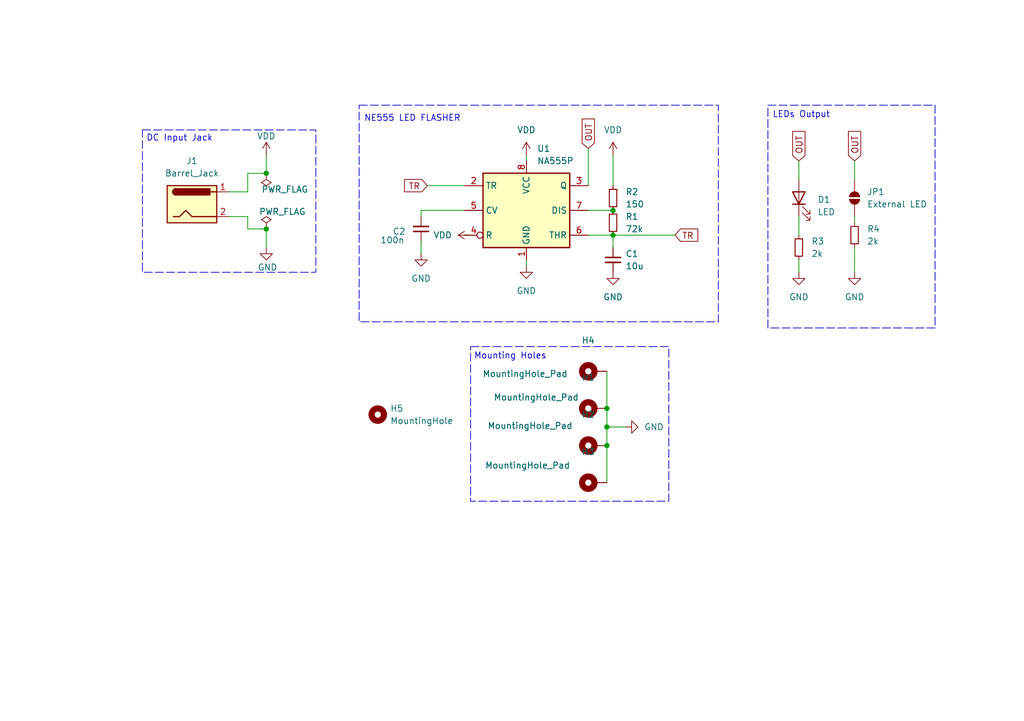
<source format=kicad_sch>
(kicad_sch (version 20231120) (generator "eeschema") (generator_version "8.0")
  (paper "A5")
  (title_block (title "my_Project1 LED FLASHER") (company "A. Prince B") (comment 1 "Com1"))
  (lib_symbols
    (symbol "Connector:Barrel_Jack" (pin_names (offset 1.016))
      (property "Reference" "J" (at 0 5.334 0))
      (property "Value" "Barrel_Jack" (at 0 -5.08 0))
      (symbol "Barrel_Jack_0_1"
        (rectangle (start -5.08 3.81) (end 5.08 -3.81) (stroke (width 0.254)) (fill (type background)))
        (arc (start -3.302 3.175) (mid -3.9343 2.54) (end -3.302 1.905) (stroke (width 0.254)))
        (arc (start -3.302 3.175) (mid -3.9343 2.54) (end -3.302 1.905) (stroke (width 0.254)) (fill (type outline)))
        (polyline (pts (xy 5.08 2.54) (xy 3.81 2.54)) (stroke (width 0.254)))
        (polyline (pts (xy -3.81 -2.54) (xy -2.54 -2.54) (xy -1.27 -1.27) (xy 0 -2.54) (xy 2.54 -2.54) (xy 5.08 -2.54)) (stroke (width 0.254)))
        (rectangle (start 3.683 3.175) (end -3.302 1.905) (stroke (width 0.254)) (fill (type outline)))
      )
      (symbol "Barrel_Jack_1_1"
        (pin passive line (at 7.62 2.54 180) (length 2.54) (name "~") (number "1"))
        (pin passive line (at 7.62 -2.54 180) (length 2.54) (name "~") (number "2"))
      )
    )
    (symbol "Device:C_Small" (pin_numbers hide) (pin_names (offset 0.254) hide)
      (property "Reference" "C" (at 0.254 1.778 0))
      (property "Value" "C_Small" (at 0.254 -2.032 0))
      (symbol "C_Small_0_1"
        (polyline (pts (xy -1.524 -0.508) (xy 1.524 -0.508)) (stroke (width 0.3302)))
        (polyline (pts (xy -1.524 0.508) (xy 1.524 0.508)) (stroke (width 0.3048)))
      )
      (symbol "C_Small_1_1"
        (pin passive line (at 0 2.54 270) (length 2.032) (name "~") (number "1"))
        (pin passive line (at 0 -2.54 90) (length 2.032) (name "~") (number "2"))
      )
    )
    (symbol "Device:LED" (pin_numbers hide) (pin_names (offset 1.016) hide)
      (property "Reference" "D" (at 0 2.54 0))
      (property "Value" "LED" (at 0 -2.54 0))
      (symbol "LED_0_1"
        (polyline (pts (xy -1.27 -1.27) (xy -1.27 1.27)) (stroke (width 0.254)))
        (polyline (pts (xy -1.27 0) (xy 1.27 0)))
        (polyline (pts (xy 1.27 -1.27) (xy 1.27 1.27) (xy -1.27 0) (xy 1.27 -1.27)) (stroke (width 0.254)))
        (polyline (pts (xy -3.048 -0.762) (xy -4.572 -2.286) (xy -3.81 -2.286) (xy -4.572 -2.286) (xy -4.572 -1.524)))
        (polyline (pts (xy -1.778 -0.762) (xy -3.302 -2.286) (xy -2.54 -2.286) (xy -3.302 -2.286) (xy -3.302 -1.524)))
      )
      (symbol "LED_1_1"
        (pin passive line (at -3.81 0 0) (length 2.54) (name "K") (number "1"))
        (pin passive line (at 3.81 0 180) (length 2.54) (name "A") (number "2"))
      )
    )
    (symbol "Device:R_Small" (pin_numbers hide) (pin_names (offset 0.254) hide)
      (property "Reference" "R" (at 0.762 0.508 0))
      (property "Value" "R_Small" (at 0.762 -1.016 0))
      (symbol "R_Small_0_1"
        (rectangle (start -0.762 1.778) (end 0.762 -1.778) (stroke (width 0.2032)))
      )
      (symbol "R_Small_1_1"
        (pin passive line (at 0 2.54 270) (length 0.762) (name "~") (number "1"))
        (pin passive line (at 0 -2.54 90) (length 0.762) (name "~") (number "2"))
      )
    )
    (symbol "Jumper:SolderJumper_2_Open" (pin_numbers hide) (pin_names (offset 0) hide) (exclude_from_sim yes) (in_bom no)
      (property "Reference" "JP" (at 0 2.032 0))
      (property "Value" "SolderJumper_2_Open" (at 0 -2.54 0))
      (symbol "SolderJumper_2_Open_0_1"
        (arc (start -0.254 1.016) (mid -1.2656 0) (end -0.254 -1.016))
        (arc (start -0.254 1.016) (mid -1.2656 0) (end -0.254 -1.016) (fill (type outline)))
        (polyline (pts (xy -0.254 1.016) (xy -0.254 -1.016)))
        (polyline (pts (xy 0.254 1.016) (xy 0.254 -1.016)))
        (arc (start 0.254 -1.016) (mid 1.2656 0) (end 0.254 1.016))
        (arc (start 0.254 -1.016) (mid 1.2656 0) (end 0.254 1.016) (fill (type outline)))
      )
      (symbol "SolderJumper_2_Open_1_1"
        (pin passive line (at -3.81 0 0) (length 2.54) (name "A") (number "1"))
        (pin passive line (at 3.81 0 180) (length 2.54) (name "B") (number "2"))
      )
    )
    (symbol "Mechanical:MountingHole" (pin_names (offset 1.016)) (exclude_from_sim yes) (in_bom no)
      (property "Reference" "H" (at 0 5.08 0))
      (property "Value" "MountingHole" (at 0 3.175 0))
      (symbol "MountingHole_0_1"
        (circle (center 0 0) (radius 1.27) (stroke (width 1.27)))
      )
    )
    (symbol "Mechanical:MountingHole_Pad" (pin_numbers hide) (pin_names (offset 1.016) hide) (exclude_from_sim yes) (in_bom no)
      (property "Reference" "H" (at 0 6.35 0))
      (property "Value" "MountingHole_Pad" (at 0 4.445 0))
      (symbol "MountingHole_Pad_0_1"
        (circle (center 0 1.27) (radius 1.27) (stroke (width 1.27)))
      )
      (symbol "MountingHole_Pad_1_1"
        (pin input line (at 0 -2.54 90) (length 2.54) (name "1") (number "1"))
      )
    )
    (symbol "Timer:NA555P"
      (property "Reference" "U" (at -10.16 8.89 0))
      (property "Value" "NA555P" (at 2.54 8.89 0))
      (symbol "NA555P_0_0"
        (pin power_in line (at 0 -10.16 90) (length 2.54) (name "GND") (number "1"))
        (pin power_in line (at 0 10.16 270) (length 2.54) (name "VCC") (number "8"))
      )
      (symbol "NA555P_0_1"
        (rectangle (start -8.89 -7.62) (end 8.89 7.62) (stroke (width 0.254)) (fill (type background)))
        (rectangle (start -8.89 -7.62) (end 8.89 7.62) (stroke (width 0.254)) (fill (type background)))
      )
      (symbol "NA555P_1_1"
        (pin input line (at -12.7 5.08 0) (length 3.81) (name "TR") (number "2"))
        (pin output line (at 12.7 5.08 180) (length 3.81) (name "Q") (number "3"))
        (pin input inverted (at -12.7 -5.08 0) (length 3.81) (name "R") (number "4"))
        (pin input line (at -12.7 0 0) (length 3.81) (name "CV") (number "5"))
        (pin input line (at 12.7 -5.08 180) (length 3.81) (name "THR") (number "6"))
        (pin input line (at 12.7 0 180) (length 3.81) (name "DIS") (number "7"))
      )
    )
    (symbol "power:GND" (power) (pin_numbers hide) (pin_names (offset 0) hide)
      (property "Value" "GND" (at 0 -3.81 0))
      (symbol "GND_0_1"
        (polyline (pts (xy 0 0) (xy 0 -1.27) (xy 1.27 -1.27) (xy 0 -2.54) (xy -1.27 -1.27) (xy 0 -1.27)))
      )
      (symbol "GND_1_1"
        (pin power_in line (at 0 0 270) (length 0) (name "~") (number "1"))
      )
    )
    (symbol "power:PWR_FLAG" (power) (pin_numbers hide) (pin_names (offset 0) hide)
      (property "Value" "PWR_FLAG" (at 0 3.81 0))
      (symbol "PWR_FLAG_0_0"
        (pin power_out line (at 0 0 90) (length 0) (name "~") (number "1"))
      )
      (symbol "PWR_FLAG_0_1"
        (polyline (pts (xy 0 0) (xy 0 1.27) (xy -1.016 1.905) (xy 0 2.54) (xy 1.016 1.905) (xy 0 1.27)))
      )
    )
    (symbol "power:VDD" (power) (pin_numbers hide) (pin_names (offset 0) hide)
      (property "Value" "VDD" (at 0 3.556 0))
      (symbol "VDD_0_1"
        (polyline (pts (xy -0.762 1.27) (xy 0 2.54)))
        (polyline (pts (xy 0 0) (xy 0 2.54)))
        (polyline (pts (xy 0 2.54) (xy 0.762 1.27)))
      )
      (symbol "VDD_1_1"
        (pin power_in line (at 0 0 90) (length 0) (name "~") (number "1"))
      )
    )
  )
  (junction (at 124.46 87.63))
  (junction (at 124.46 83.82))
  (junction (at 54.61 35.56))
  (junction (at 54.61 46.99))
  (junction (at 125.73 43.18))
  (junction (at 125.73 48.26))
  (junction (at 124.46 91.44))
  (wire (pts (xy 124.46 76.2) (xy 124.46 83.82)))
  (wire (pts (xy 50.8 39.37) (xy 46.99 39.37)))
  (wire (pts (xy 163.83 55.88) (xy 163.83 53.34)))
  (wire (pts (xy 163.83 44.45) (xy 163.83 48.26)))
  (wire (pts (xy 86.36 44.45) (xy 86.36 43.18)))
  (wire (pts (xy 125.73 38.1) (xy 125.73 31.75)))
  (wire (pts (xy 175.26 33.02) (xy 175.26 36.83)))
  (wire (pts (xy 124.46 87.63) (xy 124.46 91.44)))
  (wire (pts (xy 86.36 43.18) (xy 95.25 43.18)))
  (wire (pts (xy 120.65 48.26) (xy 125.73 48.26)))
  (wire (pts (xy 120.65 43.18) (xy 125.73 43.18)))
  (wire (pts (xy 124.46 91.44) (xy 124.46 99.06)))
  (wire (pts (xy 120.65 30.48) (xy 120.65 38.1)))
  (wire (pts (xy 107.95 31.75) (xy 107.95 33.02)))
  (wire (pts (xy 128.27 87.63) (xy 124.46 87.63)))
  (wire (pts (xy 125.73 48.26) (xy 125.73 50.8)))
  (wire (pts (xy 50.8 44.45) (xy 46.99 44.45)))
  (wire (pts (xy 54.61 46.99) (xy 54.61 50.8)))
  (wire (pts (xy 175.26 55.88) (xy 175.26 50.8)))
  (wire (pts (xy 54.61 35.56) (xy 54.61 31.75)))
  (wire (pts (xy 50.8 35.56) (xy 50.8 39.37)))
  (wire (pts (xy 50.8 46.99) (xy 50.8 44.45)))
  (wire (pts (xy 107.95 54.61) (xy 107.95 53.34)))
  (wire (pts (xy 175.26 45.72) (xy 175.26 44.45)))
  (wire (pts (xy 125.73 48.26) (xy 138.43 48.26)))
  (wire (pts (xy 87.63 38.1) (xy 95.25 38.1)))
  (wire (pts (xy 163.83 33.02) (xy 163.83 36.83)))
  (wire (pts (xy 124.46 83.82) (xy 124.46 87.63)))
  (wire (pts (xy 50.8 35.56) (xy 54.61 35.56)))
  (wire (pts (xy 50.8 46.99) (xy 54.61 46.99)))
  (wire (pts (xy 96.52 48.26) (xy 95.25 48.26)))
  (wire (pts (xy 86.36 52.07) (xy 86.36 49.53)))
  (rectangle (start 157.48 21.59) (end 191.77 67.31) (stroke (width 0) (type dash)))
  (rectangle (start 96.52 71.12) (end 137.16 102.87) (stroke (width 0) (type dash)))
  (rectangle (start 73.66 21.59) (end 147.32 66.04) (stroke (width 0) (type dash)))
  (rectangle (start 29.21 26.67) (end 64.77 55.88) (stroke (width 0) (type dash)))
  (text "NE555 LED FLASHER" (at 84.582 24.384 0) (effects (font (size 1.27 1.27))))
  (text "LEDs Output" (at 164.338 23.622 0) (effects (font (size 1.27 1.27))))
  (text "DC Input Jack\n" (at 36.83 28.448 0) (effects (font (size 1.27 1.27))))
  (text "Mounting Holes\n" (at 104.648 73.152 0) (effects (font (size 1.27 1.27))))
  (global_label "OUT" (shape input) (at 163.83 33.02 90) (property "Intersheetrefs" "${INTERSHEET_REFS}" (effects (hide yes))))
  (global_label "OUT" (shape input) (at 175.26 33.02 90) (property "Intersheetrefs" "${INTERSHEET_REFS}" (effects (hide yes))))
  (global_label "OUT" (shape input) (at 120.65 30.48 90) (property "Intersheetrefs" "${INTERSHEET_REFS}" (effects (hide yes))))
  (global_label "TR" (shape input) (at 138.43 48.26 0) (property "Intersheetrefs" "${INTERSHEET_REFS}" (effects (hide yes))))
  (global_label "TR" (shape input) (at 87.63 38.1 180) (property "Intersheetrefs" "${INTERSHEET_REFS}" (effects (hide yes))))
  (symbol (lib_id "Mechanical:MountingHole_Pad") (at 121.92 99.06 90) (unit 1) (exclude_from_sim yes) (in_bom no)
    (property "Reference" "H3" (at 120.65 92.71 90))
    (property "Value" "MountingHole_Pad" (at 108.204 95.504 90))
    (property "Footprint" "MountingHole:MountingHole_2.2mm_M2_Pad_Via" (effects (hide yes)))
    (property "Description" "Mounting Hole with connection" (effects (hide yes)))
  )
  (symbol (lib_id "power:GND") (at 54.61 50.8 0) (unit 1)
    (property "Reference" "#PWR02" (effects (hide yes)))
    (property "Value" "GND" (at 54.864 54.864 0))
    (property "Description" "Power symbol creates a global label with name \"GND\" , ground" (effects (hide yes)))
  )
  (symbol (lib_id "power:GND") (at 163.83 55.88 0) (unit 1)
    (property "Reference" "#PWR09" (effects (hide yes)))
    (property "Value" "GND" (at 163.83 60.96 0))
    (property "Description" "Power symbol creates a global label with name \"GND\" , ground" (effects (hide yes)))
  )
  (symbol (lib_id "power:GND") (at 86.36 52.07 0) (unit 1)
    (property "Reference" "#PWR08" (effects (hide yes)))
    (property "Value" "GND" (at 86.36 57.15 0))
    (property "Description" "Power symbol creates a global label with name \"GND\" , ground" (effects (hide yes)))
  )
  (symbol (lib_id "power:VDD") (at 96.52 48.26 90) (unit 1)
    (property "Reference" "#PWR05" (effects (hide yes)))
    (property "Value" "VDD" (at 92.71 48.2599 90) (effects (justify left)))
    (property "Description" "Power symbol creates a global label with name \"VDD\"" (effects (hide yes)))
  )
  (symbol (lib_id "Device:R_Small") (at 125.73 40.64 0) (unit 1)
    (property "Reference" "R2" (at 128.27 39.3699 0) (effects (justify left)))
    (property "Value" "150" (at 128.27 41.9099 0) (effects (justify left)))
    (property "Footprint" "Resistor_THT:R_Axial_DIN0204_L3.6mm_D1.6mm_P5.08mm_Horizontal" (effects (hide yes)))
    (property "Description" "Resistor, small symbol" (effects (hide yes)))
  )
  (symbol (lib_id "Jumper:SolderJumper_2_Open") (at 175.26 40.64 90) (unit 1) (exclude_from_sim yes) (in_bom no)
    (property "Reference" "JP1" (at 177.8 39.3699 90) (effects (justify right)))
    (property "Value" "External LED" (at 177.8 41.9099 90) (effects (justify right)))
    (property "Footprint" "Jumper:SolderJumper-2_P1.3mm_Open_Pad1.0x1.5mm" (effects (hide yes)))
    (property "Description" "Solder Jumper, 2-pole, open" (effects (hide yes)))
  )
  (symbol (lib_id "Device:C_Small") (at 86.36 46.99 180) (unit 1)
    (property "Reference" "C2" (at 80.518 47.498 0) (effects (justify right)))
    (property "Value" "100n" (at 77.978 49.276 0) (effects (justify right)))
    (property "Footprint" "Capacitor_THT:C_Radial_D4.0mm_H5.0mm_P1.50mm" (effects (hide yes)))
    (property "Description" "Unpolarized capacitor, small symbol" (effects (hide yes)))
  )
  (symbol (lib_id "power:VDD") (at 54.61 31.75 0) (unit 1)
    (property "Reference" "#PWR01" (effects (hide yes)))
    (property "Value" "VDD" (at 54.61 27.94 0))
    (property "Description" "Power symbol creates a global label with name \"VDD\"" (effects (hide yes)))
  )
  (symbol (lib_id "Device:R_Small") (at 175.26 48.26 0) (unit 1)
    (property "Reference" "R4" (at 177.8 46.9899 0) (effects (justify left)))
    (property "Value" "2k" (at 177.8 49.5299 0) (effects (justify left)))
    (property "Footprint" "Resistor_THT:R_Axial_DIN0204_L3.6mm_D1.6mm_P5.08mm_Horizontal" (effects (hide yes)))
    (property "Description" "Resistor, small symbol" (effects (hide yes)))
  )
  (symbol (lib_id "power:GND") (at 128.27 87.63 90) (unit 1)
    (property "Reference" "#PWR011" (effects (hide yes)))
    (property "Value" "GND" (at 132.08 87.6299 90) (effects (justify right)))
    (property "Description" "Power symbol creates a global label with name \"GND\" , ground" (effects (hide yes)))
  )
  (symbol (lib_id "Mechanical:MountingHole") (at 77.47 85.09 0) (unit 1) (exclude_from_sim yes) (in_bom no)
    (property "Reference" "H5" (at 80.01 83.8199 0) (effects (justify left)))
    (property "Value" "MountingHole" (at 80.01 86.3599 0) (effects (justify left)))
    (property "Footprint" "MountingHole:MountingHole_2.2mm_M2" (effects (hide yes)))
    (property "Description" "Mounting Hole without connection" (effects (hide yes)))
  )
  (symbol (lib_id "power:PWR_FLAG") (at 54.61 46.99 0) (unit 1)
    (property "Reference" "#FLG02" (effects (hide yes)))
    (property "Value" "PWR_FLAG" (at 58.42 38.862 0))
    (property "Description" "Special symbol for telling ERC where power comes from" (effects (hide yes)))
  )
  (symbol (lib_id "power:GND") (at 175.26 55.88 0) (unit 1)
    (property "Reference" "#PWR010" (effects (hide yes)))
    (property "Value" "GND" (at 175.26 60.96 0))
    (property "Description" "Power symbol creates a global label with name \"GND\" , ground" (effects (hide yes)))
  )
  (symbol (lib_id "Mechanical:MountingHole_Pad") (at 121.92 91.44 90) (unit 1) (exclude_from_sim yes) (in_bom no)
    (property "Reference" "H2" (at 120.65 85.09 90))
    (property "Value" "MountingHole_Pad" (at 108.712 87.376 90))
    (property "Footprint" "MountingHole:MountingHole_2.2mm_M2_Pad_Via" (effects (hide yes)))
    (property "Description" "Mounting Hole with connection" (effects (hide yes)))
  )
  (symbol (lib_id "Mechanical:MountingHole_Pad") (at 121.92 83.82 90) (unit 1) (exclude_from_sim yes) (in_bom no)
    (property "Reference" "H1" (at 120.65 77.47 90))
    (property "Value" "MountingHole_Pad" (at 109.982 81.534 90))
    (property "Footprint" "MountingHole:MountingHole_2.2mm_M2_Pad_Via" (effects (hide yes)))
    (property "Description" "Mounting Hole with connection" (effects (hide yes)))
  )
  (symbol (lib_id "Timer:NA555P") (at 107.95 43.18 0) (unit 1)
    (property "Reference" "U1" (at 110.1441 30.48 0) (effects (justify left)))
    (property "Value" "NA555P" (at 110.1441 33.02 0) (effects (justify left)))
    (property "Footprint" "Package_DIP:DIP-8_W7.62mm" (effects (hide yes)))
    (property "Datasheet" "http://www.ti.com/lit/ds/symlink/ne555.pdf" (effects (hide yes)))
    (property "Description" "Precision Timers, 555 compatible, PDIP-8" (effects (hide yes)))
  )
  (symbol (lib_id "power:GND") (at 107.95 54.61 0) (unit 1)
    (property "Reference" "#PWR03" (effects (hide yes)))
    (property "Value" "GND" (at 107.95 59.69 0))
    (property "Description" "Power symbol creates a global label with name \"GND\" , ground" (effects (hide yes)))
  )
  (symbol (lib_id "power:GND") (at 125.73 55.88 0) (unit 1)
    (property "Reference" "#PWR07" (effects (hide yes)))
    (property "Value" "GND" (at 125.73 60.96 0))
    (property "Description" "Power symbol creates a global label with name \"GND\" , ground" (effects (hide yes)))
  )
  (symbol (lib_id "power:PWR_FLAG") (at 54.61 35.56 180) (unit 1)
    (property "Reference" "#FLG01" (effects (hide yes)))
    (property "Value" "PWR_FLAG" (at 57.912 43.434 0))
    (property "Description" "Special symbol for telling ERC where power comes from" (effects (hide yes)))
  )
  (symbol (lib_id "Device:LED") (at 163.83 40.64 90) (unit 1)
    (property "Reference" "D1" (at 167.64 40.9574 90) (effects (justify right)))
    (property "Value" "LED" (at 167.64 43.4974 90) (effects (justify right)))
    (property "Footprint" "LED_THT:LED_D3.0mm" (effects (hide yes)))
    (property "Description" "Light emitting diode" (effects (hide yes)))
  )
  (symbol (lib_id "Device:R_Small") (at 163.83 50.8 0) (unit 1)
    (property "Reference" "R3" (at 166.37 49.5299 0) (effects (justify left)))
    (property "Value" "2k" (at 166.37 52.0699 0) (effects (justify left)))
    (property "Footprint" "Resistor_THT:R_Axial_DIN0204_L3.6mm_D1.6mm_P5.08mm_Horizontal" (effects (hide yes)))
    (property "Description" "Resistor, small symbol" (effects (hide yes)))
  )
  (symbol (lib_id "power:VDD") (at 125.73 31.75 0) (unit 1)
    (property "Reference" "#PWR06" (effects (hide yes)))
    (property "Value" "VDD" (at 125.73 26.67 0))
    (property "Description" "Power symbol creates a global label with name \"VDD\"" (effects (hide yes)))
  )
  (symbol (lib_id "Device:R_Small") (at 125.73 45.72 0) (unit 1)
    (property "Reference" "R1" (at 128.27 44.4499 0) (effects (justify left)))
    (property "Value" "72k" (at 128.27 46.9899 0) (effects (justify left)))
    (property "Footprint" "Resistor_THT:R_Axial_DIN0204_L3.6mm_D1.6mm_P5.08mm_Horizontal" (effects (hide yes)))
    (property "Description" "Resistor, small symbol" (effects (hide yes)))
  )
  (symbol (lib_id "Connector:Barrel_Jack") (at 39.37 41.91 0) (unit 1)
    (property "Reference" "J1" (at 39.37 33.02 0))
    (property "Value" "Barrel_Jack" (at 39.37 35.56 0))
    (property "Footprint" "Connector_BarrelJack:BarrelJack_Horizontal" (effects (hide yes)))
    (property "Description" "DC Barrel Jack" (effects (hide yes)))
  )
  (symbol (lib_id "Mechanical:MountingHole_Pad") (at 121.92 76.2 90) (unit 1) (exclude_from_sim yes) (in_bom no)
    (property "Reference" "H4" (at 120.65 69.85 90))
    (property "Value" "MountingHole_Pad" (at 107.696 76.708 90))
    (property "Footprint" "MountingHole:MountingHole_2.2mm_M2_Pad_Via" (effects (hide yes)))
    (property "Description" "Mounting Hole with connection" (effects (hide yes)))
  )
  (symbol (lib_id "power:VDD") (at 107.95 31.75 0) (unit 1)
    (property "Reference" "#PWR04" (effects (hide yes)))
    (property "Value" "VDD" (at 107.95 26.67 0))
    (property "Description" "Power symbol creates a global label with name \"VDD\"" (effects (hide yes)))
  )
  (symbol (lib_id "Device:C_Small") (at 125.73 53.34 0) (unit 1)
    (property "Reference" "C1" (at 128.27 52.0762 0) (effects (justify left)))
    (property "Value" "10u" (at 128.27 54.6162 0) (effects (justify left)))
    (property "Footprint" "Capacitor_THT:C_Disc_D3.0mm_W1.6mm_P2.50mm" (effects (hide yes)))
    (property "Description" "Unpolarized capacitor, small symbol" (effects (hide yes)))
  )
)
</source>
